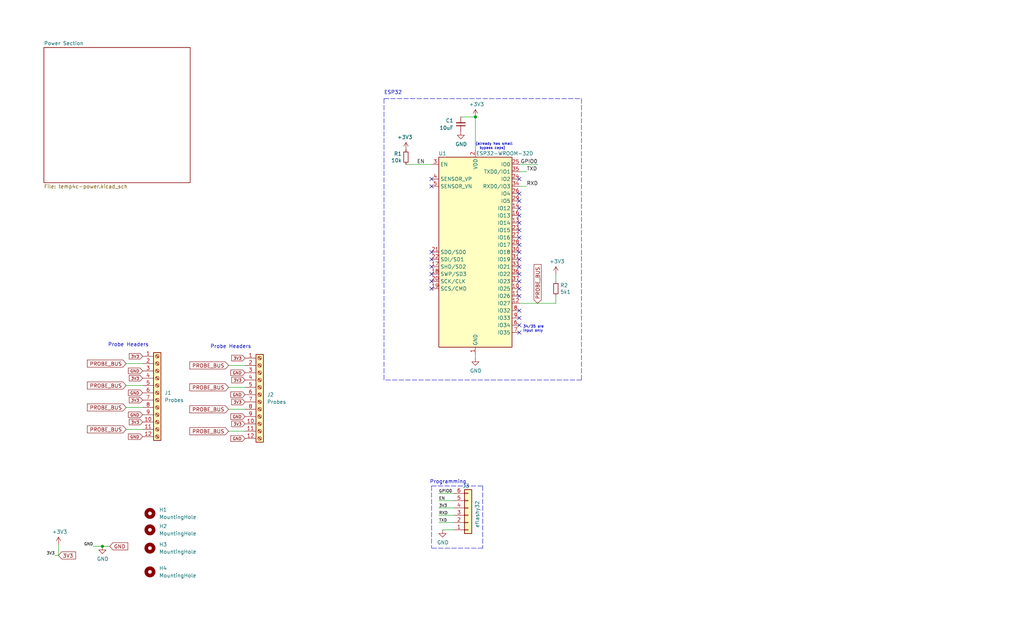
<source format=kicad_sch>
(kicad_sch (version 20211123) (generator eeschema)
  (paper "USLegal")
  (lib_symbols
    (symbol "Connector:Screw_Terminal_01x12" (pin_names (offset 1.016) hide)
      (property "Reference" "J" (at 0 15.24 0))
      (property "Value" "Screw_Terminal_01x12" (at 0 -17.78 0))
      (symbol "Screw_Terminal_01x12_1_1"
        (rectangle (start -1.27 13.97) (end 1.27 -16.51) (stroke (width 0.254)) (fill (type background)))
        (circle (center 0 -15.24) (radius 0.635) (stroke (width 0.1524)))
        (circle (center 0 -12.7) (radius 0.635) (stroke (width 0.1524)))
        (circle (center 0 -10.16) (radius 0.635) (stroke (width 0.1524)))
        (circle (center 0 -7.62) (radius 0.635) (stroke (width 0.1524)))
        (circle (center 0 -5.08) (radius 0.635) (stroke (width 0.1524)))
        (circle (center 0 -2.54) (radius 0.635) (stroke (width 0.1524)))
        (polyline (pts (xy -0.5334 -14.9098) (xy 0.3302 -15.748)) (stroke (width 0.1524)))
        (polyline (pts (xy -0.5334 -12.3698) (xy 0.3302 -13.208)) (stroke (width 0.1524)))
        (polyline (pts (xy -0.5334 -9.8298) (xy 0.3302 -10.668)) (stroke (width 0.1524)))
        (polyline (pts (xy -0.5334 -7.2898) (xy 0.3302 -8.128)) (stroke (width 0.1524)))
        (polyline (pts (xy -0.5334 -4.7498) (xy 0.3302 -5.588)) (stroke (width 0.1524)))
        (polyline (pts (xy -0.5334 -2.2098) (xy 0.3302 -3.048)) (stroke (width 0.1524)))
        (polyline (pts (xy -0.5334 0.3302) (xy 0.3302 -0.508)) (stroke (width 0.1524)))
        (polyline (pts (xy -0.5334 2.8702) (xy 0.3302 2.032)) (stroke (width 0.1524)))
        (polyline (pts (xy -0.5334 5.4102) (xy 0.3302 4.572)) (stroke (width 0.1524)))
        (polyline (pts (xy -0.5334 7.9502) (xy 0.3302 7.112)) (stroke (width 0.1524)))
        (polyline (pts (xy -0.5334 10.4902) (xy 0.3302 9.652)) (stroke (width 0.1524)))
        (polyline (pts (xy -0.5334 13.0302) (xy 0.3302 12.192)) (stroke (width 0.1524)))
        (polyline (pts (xy -0.3556 -14.732) (xy 0.508 -15.5702)) (stroke (width 0.1524)))
        (polyline (pts (xy -0.3556 -12.192) (xy 0.508 -13.0302)) (stroke (width 0.1524)))
        (polyline (pts (xy -0.3556 -9.652) (xy 0.508 -10.4902)) (stroke (width 0.1524)))
        (polyline (pts (xy -0.3556 -7.112) (xy 0.508 -7.9502)) (stroke (width 0.1524)))
        (polyline (pts (xy -0.3556 -4.572) (xy 0.508 -5.4102)) (stroke (width 0.1524)))
        (polyline (pts (xy -0.3556 -2.032) (xy 0.508 -2.8702)) (stroke (width 0.1524)))
        (polyline (pts (xy -0.3556 0.508) (xy 0.508 -0.3302)) (stroke (width 0.1524)))
        (polyline (pts (xy -0.3556 3.048) (xy 0.508 2.2098)) (stroke (width 0.1524)))
        (polyline (pts (xy -0.3556 5.588) (xy 0.508 4.7498)) (stroke (width 0.1524)))
        (polyline (pts (xy -0.3556 8.128) (xy 0.508 7.2898)) (stroke (width 0.1524)))
        (polyline (pts (xy -0.3556 10.668) (xy 0.508 9.8298)) (stroke (width 0.1524)))
        (polyline (pts (xy -0.3556 13.208) (xy 0.508 12.3698)) (stroke (width 0.1524)))
        (circle (center 0 0) (radius 0.635) (stroke (width 0.1524)))
        (circle (center 0 2.54) (radius 0.635) (stroke (width 0.1524)))
        (circle (center 0 5.08) (radius 0.635) (stroke (width 0.1524)))
        (circle (center 0 7.62) (radius 0.635) (stroke (width 0.1524)))
        (circle (center 0 10.16) (radius 0.635) (stroke (width 0.1524)))
        (circle (center 0 12.7) (radius 0.635) (stroke (width 0.1524)))
        (pin passive line (at -5.08 12.7 0) (length 3.81) (name "Pin_1") (number "1"))
        (pin passive line (at -5.08 -10.16 0) (length 3.81) (name "Pin_10") (number "10"))
        (pin passive line (at -5.08 -12.7 0) (length 3.81) (name "Pin_11") (number "11"))
        (pin passive line (at -5.08 -15.24 0) (length 3.81) (name "Pin_12") (number "12"))
        (pin passive line (at -5.08 10.16 0) (length 3.81) (name "Pin_2") (number "2"))
        (pin passive line (at -5.08 7.62 0) (length 3.81) (name "Pin_3") (number "3"))
        (pin passive line (at -5.08 5.08 0) (length 3.81) (name "Pin_4") (number "4"))
        (pin passive line (at -5.08 2.54 0) (length 3.81) (name "Pin_5") (number "5"))
        (pin passive line (at -5.08 0 0) (length 3.81) (name "Pin_6") (number "6"))
        (pin passive line (at -5.08 -2.54 0) (length 3.81) (name "Pin_7") (number "7"))
        (pin passive line (at -5.08 -5.08 0) (length 3.81) (name "Pin_8") (number "8"))
        (pin passive line (at -5.08 -7.62 0) (length 3.81) (name "Pin_9") (number "9"))
      )
    )
    (symbol "Connector_Generic:Conn_01x06" (pin_names (offset 1.016) hide)
      (property "Reference" "J" (at 0 7.62 0))
      (property "Value" "Conn_01x06" (at 0 -10.16 0))
      (symbol "Conn_01x06_1_1"
        (rectangle (start -1.27 -7.493) (end 0 -7.747) (stroke (width 0.1524)))
        (rectangle (start -1.27 -4.953) (end 0 -5.207) (stroke (width 0.1524)))
        (rectangle (start -1.27 -2.413) (end 0 -2.667) (stroke (width 0.1524)))
        (rectangle (start -1.27 0.127) (end 0 -0.127) (stroke (width 0.1524)))
        (rectangle (start -1.27 2.667) (end 0 2.413) (stroke (width 0.1524)))
        (rectangle (start -1.27 5.207) (end 0 4.953) (stroke (width 0.1524)))
        (rectangle (start -1.27 6.35) (end 1.27 -8.89) (stroke (width 0.254)) (fill (type background)))
        (pin passive line (at -5.08 5.08 0) (length 3.81) (name "Pin_1") (number "1"))
        (pin passive line (at -5.08 2.54 0) (length 3.81) (name "Pin_2") (number "2"))
        (pin passive line (at -5.08 0 0) (length 3.81) (name "Pin_3") (number "3"))
        (pin passive line (at -5.08 -2.54 0) (length 3.81) (name "Pin_4") (number "4"))
        (pin passive line (at -5.08 -5.08 0) (length 3.81) (name "Pin_5") (number "5"))
        (pin passive line (at -5.08 -7.62 0) (length 3.81) (name "Pin_6") (number "6"))
      )
    )
    (symbol "Device:C_Small" (pin_numbers hide) (pin_names (offset 0.254) hide)
      (property "Reference" "C" (at 0.254 1.778 0))
      (property "Value" "C_Small" (at 0.254 -2.032 0))
      (symbol "C_Small_0_1"
        (polyline (pts (xy -1.524 -0.508) (xy 1.524 -0.508)) (stroke (width 0.3302)))
        (polyline (pts (xy -1.524 0.508) (xy 1.524 0.508)) (stroke (width 0.3048)))
      )
      (symbol "C_Small_1_1"
        (pin passive line (at 0 2.54 270) (length 2.032) (name "~") (number "1"))
        (pin passive line (at 0 -2.54 90) (length 2.032) (name "~") (number "2"))
      )
    )
    (symbol "Device:R_Small" (pin_numbers hide) (pin_names (offset 0.254) hide)
      (property "Reference" "R" (at 0.762 0.508 0))
      (property "Value" "R_Small" (at 0.762 -1.016 0))
      (symbol "R_Small_0_1"
        (rectangle (start -0.762 1.778) (end 0.762 -1.778) (stroke (width 0.2032)))
      )
      (symbol "R_Small_1_1"
        (pin passive line (at 0 2.54 270) (length 0.762) (name "~") (number "1"))
        (pin passive line (at 0 -2.54 90) (length 0.762) (name "~") (number "2"))
      )
    )
    (symbol "Mechanical:MountingHole" (pin_names (offset 1.016))
      (property "Reference" "H" (at 0 5.08 0))
      (property "Value" "MountingHole" (at 0 3.175 0))
      (symbol "MountingHole_0_1"
        (circle (center 0 0) (radius 1.27) (stroke (width 1.27)))
      )
    )
    (symbol "RF_Module:ESP32-WROOM-32D"
      (property "Reference" "U" (at -12.7 34.29 0))
      (property "Value" "ESP32-WROOM-32D" (at 1.27 34.29 0))
      (symbol "ESP32-WROOM-32D_0_1"
        (rectangle (start -12.7 33.02) (end 12.7 -33.02) (stroke (width 0.254)) (fill (type background)))
      )
      (symbol "ESP32-WROOM-32D_1_1"
        (pin power_in line (at 0 -35.56 90) (length 2.54) (name "GND") (number "1"))
        (pin bidirectional line (at 15.24 -12.7 180) (length 2.54) (name "IO25") (number "10"))
        (pin bidirectional line (at 15.24 -15.24 180) (length 2.54) (name "IO26") (number "11"))
        (pin bidirectional line (at 15.24 -17.78 180) (length 2.54) (name "IO27") (number "12"))
        (pin bidirectional line (at 15.24 10.16 180) (length 2.54) (name "IO14") (number "13"))
        (pin bidirectional line (at 15.24 15.24 180) (length 2.54) (name "IO12") (number "14"))
        (pin passive line (at 0 -35.56 90) (length 2.54) hide (name "GND") (number "15"))
        (pin bidirectional line (at 15.24 12.7 180) (length 2.54) (name "IO13") (number "16"))
        (pin bidirectional line (at -15.24 -5.08 0) (length 2.54) (name "SHD/SD2") (number "17"))
        (pin bidirectional line (at -15.24 -7.62 0) (length 2.54) (name "SWP/SD3") (number "18"))
        (pin bidirectional line (at -15.24 -12.7 0) (length 2.54) (name "SCS/CMD") (number "19"))
        (pin power_in line (at 0 35.56 270) (length 2.54) (name "VDD") (number "2"))
        (pin bidirectional line (at -15.24 -10.16 0) (length 2.54) (name "SCK/CLK") (number "20"))
        (pin bidirectional line (at -15.24 0 0) (length 2.54) (name "SDO/SD0") (number "21"))
        (pin bidirectional line (at -15.24 -2.54 0) (length 2.54) (name "SDI/SD1") (number "22"))
        (pin bidirectional line (at 15.24 7.62 180) (length 2.54) (name "IO15") (number "23"))
        (pin bidirectional line (at 15.24 25.4 180) (length 2.54) (name "IO2") (number "24"))
        (pin bidirectional line (at 15.24 30.48 180) (length 2.54) (name "IO0") (number "25"))
        (pin bidirectional line (at 15.24 20.32 180) (length 2.54) (name "IO4") (number "26"))
        (pin bidirectional line (at 15.24 5.08 180) (length 2.54) (name "IO16") (number "27"))
        (pin bidirectional line (at 15.24 2.54 180) (length 2.54) (name "IO17") (number "28"))
        (pin bidirectional line (at 15.24 17.78 180) (length 2.54) (name "IO5") (number "29"))
        (pin input line (at -15.24 30.48 0) (length 2.54) (name "EN") (number "3"))
        (pin bidirectional line (at 15.24 0 180) (length 2.54) (name "IO18") (number "30"))
        (pin bidirectional line (at 15.24 -2.54 180) (length 2.54) (name "IO19") (number "31"))
        (pin no_connect line (at -12.7 -27.94 0) (length 2.54) hide (name "NC") (number "32"))
        (pin bidirectional line (at 15.24 -5.08 180) (length 2.54) (name "IO21") (number "33"))
        (pin bidirectional line (at 15.24 22.86 180) (length 2.54) (name "RXD0/IO3") (number "34"))
        (pin bidirectional line (at 15.24 27.94 180) (length 2.54) (name "TXD0/IO1") (number "35"))
        (pin bidirectional line (at 15.24 -7.62 180) (length 2.54) (name "IO22") (number "36"))
        (pin bidirectional line (at 15.24 -10.16 180) (length 2.54) (name "IO23") (number "37"))
        (pin passive line (at 0 -35.56 90) (length 2.54) hide (name "GND") (number "38"))
        (pin passive line (at 0 -35.56 90) (length 2.54) hide (name "GND") (number "39"))
        (pin input line (at -15.24 25.4 0) (length 2.54) (name "SENSOR_VP") (number "4"))
        (pin input line (at -15.24 22.86 0) (length 2.54) (name "SENSOR_VN") (number "5"))
        (pin input line (at 15.24 -25.4 180) (length 2.54) (name "IO34") (number "6"))
        (pin input line (at 15.24 -27.94 180) (length 2.54) (name "IO35") (number "7"))
        (pin bidirectional line (at 15.24 -20.32 180) (length 2.54) (name "IO32") (number "8"))
        (pin bidirectional line (at 15.24 -22.86 180) (length 2.54) (name "IO33") (number "9"))
      )
    )
    (symbol "power:+3V3" (power) (pin_names (offset 0))
      (property "Value" "+3V3" (at 0 3.556 0))
      (symbol "+3V3_0_1"
        (polyline (pts (xy -0.762 1.27) (xy 0 2.54)))
        (polyline (pts (xy 0 0) (xy 0 2.54)))
        (polyline (pts (xy 0 2.54) (xy 0.762 1.27)))
      )
      (symbol "+3V3_1_1"
        (pin power_in line (at 0 0 90) (length 0) hide (name "+3V3") (number "1"))
      )
    )
    (symbol "power:GND" (power) (pin_names (offset 0))
      (property "Value" "GND" (at 0 -3.81 0))
      (symbol "GND_0_1"
        (polyline (pts (xy 0 0) (xy 0 -1.27) (xy 1.27 -1.27) (xy 0 -2.54) (xy -1.27 -1.27) (xy 0 -1.27)))
      )
      (symbol "GND_1_1"
        (pin power_in line (at 0 0 270) (length 0) hide (name "GND") (number "1"))
      )
    )
  )
  (junction (at 35.56 189.865))
  (junction (at 165.1 40.64))
  (no_connect (at 149.86 92.71))
  (no_connect (at 180.34 87.63))
  (no_connect (at 149.86 87.63))
  (no_connect (at 180.34 69.85))
  (no_connect (at 180.34 67.31))
  (no_connect (at 180.34 100.33))
  (no_connect (at 180.34 110.49))
  (no_connect (at 180.34 77.47))
  (no_connect (at 180.34 85.09))
  (no_connect (at 180.34 115.57))
  (no_connect (at 180.34 102.87))
  (no_connect (at 180.34 62.23))
  (no_connect (at 149.86 100.33))
  (no_connect (at 149.86 90.17))
  (no_connect (at 180.34 107.95))
  (no_connect (at 149.86 62.23))
  (no_connect (at 180.34 74.93))
  (no_connect (at 180.34 113.03))
  (no_connect (at 180.34 72.39))
  (no_connect (at 180.34 80.01))
  (no_connect (at 180.34 90.17))
  (no_connect (at 149.86 97.79))
  (no_connect (at 180.34 82.55))
  (no_connect (at 149.86 64.77))
  (no_connect (at 180.34 97.79))
  (no_connect (at 180.34 92.71))
  (no_connect (at 149.86 95.25))
  (no_connect (at 180.34 95.25))
  (wire (pts (xy 160.02 40.64) (xy 165.1 40.64)))
  (wire (pts (xy 157.48 171.45) (xy 152.4 171.45)))
  (wire (pts (xy 43.815 133.985) (xy 49.53 133.985)))
  (polyline (pts (xy 167.64 190.5) (xy 149.86 190.5)))
  (wire (pts (xy 165.1 40.64) (xy 165.1 52.07)))
  (polyline (pts (xy 201.93 132.08) (xy 133.35 132.08)))
  (wire (pts (xy 193.04 105.41) (xy 193.04 102.87)))
  (wire (pts (xy 157.48 181.61) (xy 152.4 181.61)))
  (wire (pts (xy 180.34 59.69) (xy 182.88 59.69)))
  (polyline (pts (xy 201.93 34.29) (xy 201.93 132.08)))
  (wire (pts (xy 32.385 189.865) (xy 35.56 189.865)))
  (wire (pts (xy 140.97 57.15) (xy 149.86 57.15)))
  (wire (pts (xy 35.56 189.865) (xy 38.1 189.865)))
  (wire (pts (xy 193.04 95.25) (xy 193.04 97.79)))
  (wire (pts (xy 79.375 149.86) (xy 85.09 149.86)))
  (polyline (pts (xy 133.35 34.29) (xy 201.93 34.29)))
  (wire (pts (xy 180.34 57.15) (xy 186.69 57.15)))
  (wire (pts (xy 79.375 134.62) (xy 85.09 134.62)))
  (wire (pts (xy 165.1 123.19) (xy 165.1 124.46)))
  (wire (pts (xy 157.48 184.15) (xy 153.67 184.15)))
  (polyline (pts (xy 133.35 34.29) (xy 133.35 132.08)))
  (wire (pts (xy 43.815 149.225) (xy 49.53 149.225)))
  (polyline (pts (xy 167.64 168.91) (xy 167.64 190.5)))
  (wire (pts (xy 20.32 193.04) (xy 19.05 193.04)))
  (wire (pts (xy 157.48 176.53) (xy 152.4 176.53)))
  (wire (pts (xy 180.34 105.41) (xy 193.04 105.41)))
  (wire (pts (xy 43.815 141.605) (xy 49.53 141.605)))
  (polyline (pts (xy 149.86 168.91) (xy 149.86 190.5)))
  (wire (pts (xy 43.815 126.365) (xy 49.53 126.365)))
  (wire (pts (xy 157.48 173.99) (xy 152.4 173.99)))
  (wire (pts (xy 157.48 179.07) (xy 152.4 179.07)))
  (wire (pts (xy 182.88 64.77) (xy 180.34 64.77)))
  (wire (pts (xy 79.375 127) (xy 85.09 127)))
  (wire (pts (xy 20.32 189.23) (xy 20.32 193.04)))
  (wire (pts (xy 79.375 142.24) (xy 85.09 142.24)))
  (polyline (pts (xy 149.86 168.91) (xy 167.64 168.91)))
  (text "34/35 are\ninput only" (at 181.61 115.57 0) (effects (font (size 0.889 0.889)) (justify left bottom)))
  (text "ESP32" (at 133.35 33.02 0) (effects (font (size 1.27 1.27)) (justify left bottom)))
  (text "Probe Headers" (at 37.465 120.65 0) (effects (font (size 1.27 1.27)) (justify left bottom)))
  (text "(already has small \n  bypass caps)" (at 165.1 52.07 0) (effects (font (size 0.889 0.889)) (justify left bottom)))
  (text "Probe Headers" (at 73.025 121.285 0) (effects (font (size 1.27 1.27)) (justify left bottom)))
  (text "Programming" (at 149.225 168.275 0) (effects (font (size 1.27 1.27)) (justify left bottom)))
  (label "TXD" (at 182.88 59.69 0))
  (label "EN" (at 144.78 57.15 0))
  (label "GPIO0" (at 152.4 171.45 0) (effects (font (size 0.9906 0.9906))))
  (label "EN" (at 152.4 173.99 0) (effects (font (size 0.9906 0.9906))))
  (label "3V3" (at 152.4 176.53 0) (effects (font (size 0.9906 0.9906))))
  (label "3V3" (at 19.05 193.04 180) (effects (font (size 0.9906 0.9906))))
  (label "GPIO0" (at 186.69 57.15 180))
  (label "RXD" (at 182.88 64.77 0))
  (label "RXD" (at 152.4 179.07 0) (effects (font (size 0.9906 0.9906))))
  (label "TXD" (at 152.4 181.61 0) (effects (font (size 0.9906 0.9906))))
  (label "GND" (at 32.385 189.865 180) (effects (font (size 0.9906 0.9906))))
  (global_label "3V3" (shape input) (at 85.09 147.32 180) (effects (font (size 1 1))) (property "Intersheet References" "${INTERSHEET_REFS}" (effects hide)))
  (global_label "GND" (shape input) (at 49.53 128.905 180) (effects (font (size 1 1))) (property "Intersheet References" "${INTERSHEET_REFS}" (effects hide)))
  (global_label "3V3" (shape input) (at 85.09 132.08 180) (effects (font (size 1 1))) (property "Intersheet References" "${INTERSHEET_REFS}" (effects hide)))
  (global_label "PROBE_BUS" (shape input) (at 43.815 141.605 180) (property "Intersheet References" "${INTERSHEET_REFS}" (effects hide)))
  (global_label "3V3" (shape input) (at 49.53 123.825 180) (effects (font (size 1 1))) (property "Intersheet References" "${INTERSHEET_REFS}" (effects hide)))
  (global_label "PROBE_BUS" (shape input) (at 43.815 133.985 180) (property "Intersheet References" "${INTERSHEET_REFS}" (effects hide)))
  (global_label "GND" (shape input) (at 38.1 189.865 0) (property "Intersheet References" "${INTERSHEET_REFS}" (effects hide)))
  (global_label "GND" (shape input) (at 85.09 137.16 180) (effects (font (size 1 1))) (property "Intersheet References" "${INTERSHEET_REFS}" (effects hide)))
  (global_label "GND" (shape input) (at 49.53 136.525 180) (effects (font (size 1 1))) (property "Intersheet References" "${INTERSHEET_REFS}" (effects hide)))
  (global_label "3V3" (shape input) (at 49.53 139.065 180) (effects (font (size 1 1))) (property "Intersheet References" "${INTERSHEET_REFS}" (effects hide)))
  (global_label "GND" (shape input) (at 85.09 129.54 180) (effects (font (size 1 1))) (property "Intersheet References" "${INTERSHEET_REFS}" (effects hide)))
  (global_label "PROBE_BUS" (shape input) (at 43.815 126.365 180) (property "Intersheet References" "${INTERSHEET_REFS}" (effects hide)))
  (global_label "GND" (shape input) (at 49.53 151.765 180) (effects (font (size 1 1))) (property "Intersheet References" "${INTERSHEET_REFS}" (effects hide)))
  (global_label "3V3" (shape input) (at 49.53 146.685 180) (effects (font (size 1 1))) (property "Intersheet References" "${INTERSHEET_REFS}" (effects hide)))
  (global_label "PROBE_BUS" (shape input) (at 43.815 149.225 180) (property "Intersheet References" "${INTERSHEET_REFS}" (effects hide)))
  (global_label "GND" (shape input) (at 85.09 144.78 180) (effects (font (size 1 1))) (property "Intersheet References" "${INTERSHEET_REFS}" (effects hide)))
  (global_label "3V3" (shape input) (at 85.09 124.46 180) (effects (font (size 1 1))) (property "Intersheet References" "${INTERSHEET_REFS}" (effects hide)))
  (global_label "3V3" (shape input) (at 20.32 193.04 0) (property "Intersheet References" "${INTERSHEET_REFS}" (effects hide)))
  (global_label "PROBE_BUS" (shape input) (at 79.375 149.86 180) (property "Intersheet References" "${INTERSHEET_REFS}" (effects hide)))
  (global_label "PROBE_BUS" (shape input) (at 79.375 134.62 180) (property "Intersheet References" "${INTERSHEET_REFS}" (effects hide)))
  (global_label "PROBE_BUS" (shape input) (at 79.375 142.24 180) (property "Intersheet References" "${INTERSHEET_REFS}" (effects hide)))
  (global_label "PROBE_BUS" (shape input) (at 79.375 127 180) (property "Intersheet References" "${INTERSHEET_REFS}" (effects hide)))
  (global_label "PROBE_BUS" (shape input) (at 186.69 105.41 90) (property "Intersheet References" "${INTERSHEET_REFS}" (effects hide)))
  (global_label "GND" (shape input) (at 49.53 144.145 180) (effects (font (size 1 1))) (property "Intersheet References" "${INTERSHEET_REFS}" (effects hide)))
  (global_label "3V3" (shape input) (at 85.09 139.7 180) (effects (font (size 1 1))) (property "Intersheet References" "${INTERSHEET_REFS}" (effects hide)))
  (global_label "GND" (shape input) (at 85.09 152.4 180) (effects (font (size 1 1))) (property "Intersheet References" "${INTERSHEET_REFS}" (effects hide)))
  (global_label "3V3" (shape input) (at 49.53 131.445 180) (effects (font (size 1 1))) (property "Intersheet References" "${INTERSHEET_REFS}" (effects hide)))
  (symbol (lib_id "power:+3V3") (at 165.1 40.64 0) (unit 1)
    (property "Reference" "#PWR01" (effects hide))
    (property "Value" "+3V3" (at 165.481 36.2458 0))
  )
  (symbol (lib_id "Device:R_Small") (at 193.04 100.33 0) (unit 1)
    (property "Reference" "R2" (at 194.5386 99.1616 0) (effects (justify left)))
    (property "Value" "5k1" (at 194.5386 101.473 0) (effects (justify left)))
    (property "Footprint" "Resistor_SMD:R_0402_1005Metric" (effects hide))
    (property "LCSC" "C25905" (effects hide))
  )
  (symbol (lib_id "power:GND") (at 160.02 45.72 0) (unit 1)
    (property "Reference" "#PWR02" (effects hide))
    (property "Value" "GND" (at 160.147 50.1142 0))
  )
  (symbol (lib_id "Connector:Screw_Terminal_01x12") (at 54.61 136.525 0) (unit 1)
    (property "Reference" "J1" (at 57.15 136.5249 0) (effects (justify left)))
    (property "Value" "Probes" (at 57.15 139.0649 0) (effects (justify left)))
    (property "Footprint" "TerminalBlock_Phoenix:TerminalBlock_Phoenix_MPT-0,5-12-2.54_1x12_P2.54mm_Horizontal" (effects hide))
  )
  (symbol (lib_id "Connector:Screw_Terminal_01x12") (at 90.17 137.16 0) (unit 1)
    (property "Reference" "J2" (at 92.71 137.1599 0) (effects (justify left)))
    (property "Value" "Probes" (at 92.71 139.6999 0) (effects (justify left)))
    (property "Footprint" "TerminalBlock_Phoenix:TerminalBlock_Phoenix_MPT-0,5-12-2.54_1x12_P2.54mm_Horizontal" (effects hide))
  )
  (symbol (lib_id "power:+3V3") (at 140.97 52.07 0) (mirror y) (unit 1)
    (property "Reference" "#PWR03" (effects hide))
    (property "Value" "+3V3" (at 140.589 47.6758 0))
  )
  (symbol (lib_id "Connector_Generic:Conn_01x06") (at 162.56 179.07 0) (mirror x) (unit 1)
    (property "Reference" "J3" (at 160.655 168.91 0) (effects (justify left)))
    (property "Value" "eflashy32" (at 165.735 173.99 90) (effects (justify left)))
    (property "Footprint" "Connector_PinHeader_2.54mm:PinHeader_1x06_P2.54mm_Vertical" (effects hide))
    (property "LCSC" "DNP" (effects hide))
  )
  (symbol (lib_id "Device:C_Small") (at 160.02 43.18 0) (mirror x) (unit 1)
    (property "Reference" "C1" (at 157.48 41.9099 0) (effects (justify right)))
    (property "Value" "10uF" (at 157.48 44.4499 0) (effects (justify right)))
    (property "Footprint" "Capacitor_SMD:C_0805_2012Metric" (effects hide))
    (property "LCSC" "C15850" (effects hide))
  )
  (symbol (lib_id "Mechanical:MountingHole") (at 52.07 178.435 0) (unit 1)
    (property "Reference" "H1" (at 55.245 177.1649 0) (effects (justify left)))
    (property "Value" "MountingHole" (at 55.245 179.7049 0) (effects (justify left)))
    (property "Footprint" "MountingHole:MountingHole_3.2mm_M3" (effects hide))
  )
  (symbol (lib_id "Mechanical:MountingHole") (at 52.07 190.5 0) (unit 1)
    (property "Reference" "H3" (at 55.245 189.2299 0) (effects (justify left)))
    (property "Value" "MountingHole" (at 55.245 191.7699 0) (effects (justify left)))
    (property "Footprint" "MountingHole:MountingHole_3.2mm_M3" (effects hide))
  )
  (symbol (lib_id "Device:R_Small") (at 140.97 54.61 0) (mirror x) (unit 1)
    (property "Reference" "R1" (at 139.4968 53.4416 0) (effects (justify right)))
    (property "Value" "10k" (at 139.4968 55.753 0) (effects (justify right)))
    (property "Footprint" "Resistor_SMD:R_0402_1005Metric" (effects hide))
    (property "LCSC" "C25744" (effects hide))
  )
  (symbol (lib_id "Mechanical:MountingHole") (at 52.07 184.15 0) (unit 1)
    (property "Reference" "H2" (at 55.245 182.8799 0) (effects (justify left)))
    (property "Value" "MountingHole" (at 55.245 185.4199 0) (effects (justify left)))
    (property "Footprint" "MountingHole:MountingHole_3.2mm_M3" (effects hide))
  )
  (symbol (lib_id "Mechanical:MountingHole") (at 52.07 198.755 0) (unit 1)
    (property "Reference" "H4" (at 55.245 197.4849 0) (effects (justify left)))
    (property "Value" "MountingHole" (at 55.245 200.0249 0) (effects (justify left)))
    (property "Footprint" "MountingHole:MountingHole_3.2mm_M3" (effects hide))
  )
  (symbol (lib_id "power:+3V3") (at 20.32 189.23 0) (unit 1)
    (property "Reference" "#PWR07" (effects hide))
    (property "Value" "+3V3" (at 20.701 184.8358 0))
  )
  (symbol (lib_id "power:+3V3") (at 193.04 95.25 0) (unit 1)
    (property "Reference" "#PWR04" (effects hide))
    (property "Value" "+3V3" (at 193.421 90.8558 0))
  )
  (symbol (lib_id "RF_Module:ESP32-WROOM-32D") (at 165.1 87.63 0) (unit 1)
    (property "Reference" "U1" (at 153.67 53.34 0))
    (property "Value" "ESP32-WROOM-32D" (at 175.26 53.34 0))
    (property "Footprint" "RF_Module:ESP32-WROOM-32" (effects hide))
    (property "Datasheet" "https://www.espressif.com/sites/default/files/documentation/esp32-wroom-32d_esp32-wroom-32u_datasheet_en.pdf" (effects hide))
    (property "LCSC" "C701342" (effects hide))
  )
  (symbol (lib_id "power:GND") (at 153.67 184.15 0) (unit 1)
    (property "Reference" "#PWR06" (effects hide))
    (property "Value" "GND" (at 153.797 188.5442 0))
  )
  (symbol (lib_id "power:GND") (at 35.56 189.865 0) (unit 1)
    (property "Reference" "#PWR08" (effects hide))
    (property "Value" "GND" (at 35.687 194.2592 0))
  )
  (symbol (lib_id "power:GND") (at 165.1 124.46 0) (unit 1)
    (property "Reference" "#PWR05" (effects hide))
    (property "Value" "GND" (at 165.227 128.8542 0))
  )
  (sheet (at 15.24 16.51) (size 50.8 46.99) (stroke (width 0.1524))
    (property "Sheet name" "Power Section" (at 15.24 15.7984 0) (effects (justify left bottom)))
    (property "Sheet file" "temp4c-power.kicad_sch" (at 15.24 64.0846 0) (effects (justify left top)))
  )
)
</source>
